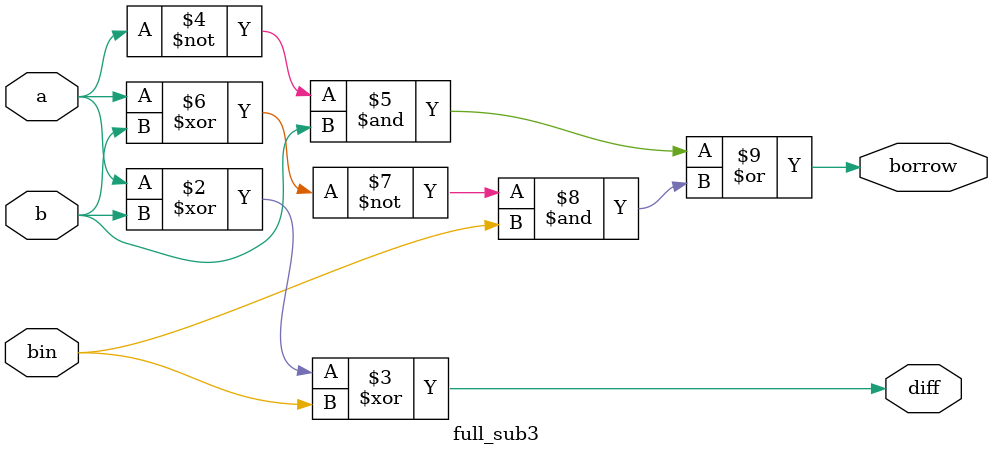
<source format=v>
module full_sub3(input a,b,bin,output diff,borrow);
  always @(*) begin
    diff=a^b^bin;
    borrow = ~a&b|~(a^b)&bin;
  end
endmodule

</source>
